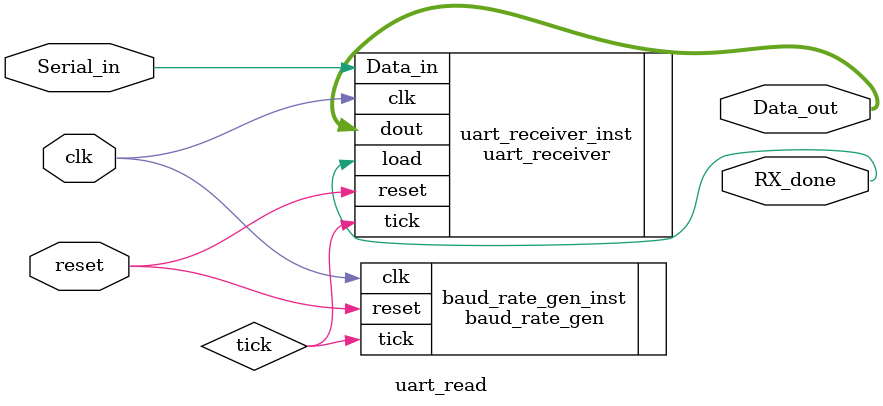
<source format=v>

module uart_read(
    input reset,
    input clk,
    input Serial_in,
    output RX_done,
    output [7:0] Data_out
    );
parameter baudrate = 9600 ;
parameter freq = 50000000 ;
wire tick;
baud_rate_gen#(freq/(baudrate*16)) baud_rate_gen_inst (
    .clk(clk), 
    .reset(reset), 
    .tick(tick)
    );
uart_receiver uart_receiver_inst (
    .clk(clk), 
    .reset(reset), 
    .Data_in(Serial_in), 
    .tick(tick), 
    .dout(Data_out), 
    .load(RX_done)
    );
endmodule

</source>
